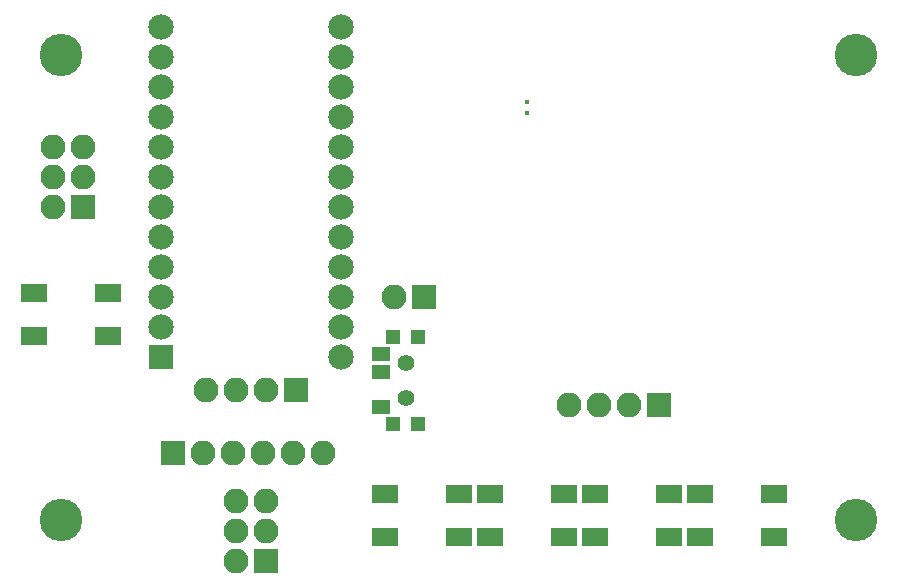
<source format=gbr>
G04 #@! TF.GenerationSoftware,KiCad,Pcbnew,(5.0.0)*
G04 #@! TF.CreationDate,2018-09-23T18:34:32-06:00*
G04 #@! TF.ProjectId,EByte_E73_tester,45427974655F4537335F746573746572,rev?*
G04 #@! TF.SameCoordinates,Original*
G04 #@! TF.FileFunction,Soldermask,Top*
G04 #@! TF.FilePolarity,Negative*
%FSLAX46Y46*%
G04 Gerber Fmt 4.6, Leading zero omitted, Abs format (unit mm)*
G04 Created by KiCad (PCBNEW (5.0.0)) date 09/23/18 18:34:32*
%MOMM*%
%LPD*%
G01*
G04 APERTURE LIST*
%ADD10O,2.100000X2.100000*%
%ADD11R,2.100000X2.100000*%
%ADD12C,3.600000*%
%ADD13R,2.152600X2.152600*%
%ADD14C,2.152600*%
%ADD15C,0.402000*%
%ADD16R,2.200000X1.500000*%
%ADD17C,1.400000*%
%ADD18R,1.650000X1.300000*%
%ADD19R,1.300000X1.300000*%
G04 APERTURE END LIST*
D10*
G04 #@! TO.C,J5*
X109474000Y-116840000D03*
X112014000Y-116840000D03*
X114554000Y-116840000D03*
D11*
X117094000Y-116840000D03*
G04 #@! TD*
D12*
G04 #@! TO.C,REF2*
X133748069Y-87281371D03*
G04 #@! TD*
G04 #@! TO.C,REF1*
X133748069Y-126651371D03*
G04 #@! TD*
G04 #@! TO.C,REF4*
X66438069Y-126651371D03*
G04 #@! TD*
D13*
G04 #@! TO.C,U2*
X74930000Y-112776000D03*
D14*
X74930000Y-110236000D03*
X74930000Y-107696000D03*
X74930000Y-105156000D03*
X74930000Y-102616000D03*
X74930000Y-100076000D03*
X74930000Y-97536000D03*
X74930000Y-94996000D03*
X74930000Y-92456000D03*
X74930000Y-89916000D03*
X74930000Y-87376000D03*
X74930000Y-84836000D03*
X90170000Y-84836000D03*
X90170000Y-87376000D03*
X90170000Y-89916000D03*
X90170000Y-92456000D03*
X90170000Y-94996000D03*
X90170000Y-97536000D03*
X90170000Y-100076000D03*
X90170000Y-102616000D03*
X90170000Y-105156000D03*
X90170000Y-107696000D03*
X90170000Y-110236000D03*
X90170000Y-112776000D03*
G04 #@! TD*
D15*
G04 #@! TO.C,JP2*
X105918000Y-91244000D03*
X105918000Y-92144000D03*
X105918000Y-92144000D03*
X105918000Y-91244000D03*
G04 #@! TD*
D12*
G04 #@! TO.C,REF3*
X66438069Y-87281371D03*
G04 #@! TD*
D11*
G04 #@! TO.C,J3*
X86360000Y-115570000D03*
D10*
X83820000Y-115570000D03*
X81280000Y-115570000D03*
X78740000Y-115570000D03*
G04 #@! TD*
D11*
G04 #@! TO.C,J4*
X75946000Y-120904000D03*
D10*
X78486000Y-120904000D03*
X81026000Y-120904000D03*
X83566000Y-120904000D03*
X86106000Y-120904000D03*
X88646000Y-120904000D03*
G04 #@! TD*
D11*
G04 #@! TO.C,J1*
X68326000Y-100076000D03*
D10*
X65786000Y-100076000D03*
X68326000Y-97536000D03*
X65786000Y-97536000D03*
X68326000Y-94996000D03*
X65786000Y-94996000D03*
G04 #@! TD*
D11*
G04 #@! TO.C,J2*
X83820000Y-130048000D03*
D10*
X81280000Y-130048000D03*
X83820000Y-127508000D03*
X81280000Y-127508000D03*
X83820000Y-124968000D03*
X81280000Y-124968000D03*
G04 #@! TD*
D16*
G04 #@! TO.C,SW2*
X64210000Y-107370000D03*
X70410000Y-107370000D03*
X64210000Y-111070000D03*
X70410000Y-111070000D03*
G04 #@! TD*
G04 #@! TO.C,SW1*
X100128000Y-128088000D03*
X93928000Y-128088000D03*
X100128000Y-124388000D03*
X93928000Y-124388000D03*
G04 #@! TD*
G04 #@! TO.C,SW3*
X102818000Y-124388000D03*
X109018000Y-124388000D03*
X102818000Y-128088000D03*
X109018000Y-128088000D03*
G04 #@! TD*
G04 #@! TO.C,SW4*
X126798000Y-128088000D03*
X120598000Y-128088000D03*
X126798000Y-124388000D03*
X120598000Y-124388000D03*
G04 #@! TD*
G04 #@! TO.C,SW5*
X111708000Y-124388000D03*
X117908000Y-124388000D03*
X111708000Y-128088000D03*
X117908000Y-128088000D03*
G04 #@! TD*
D11*
G04 #@! TO.C,J6*
X97155000Y-107696000D03*
D10*
X94615000Y-107696000D03*
G04 #@! TD*
D17*
G04 #@! TO.C,SW6*
X95631000Y-116308000D03*
X95631000Y-113308000D03*
D18*
X93556000Y-114058000D03*
X93556000Y-112558000D03*
X93556000Y-117058000D03*
D19*
X96731000Y-118508000D03*
X94531000Y-118508000D03*
X94531000Y-111108000D03*
X96731000Y-111108000D03*
G04 #@! TD*
M02*

</source>
